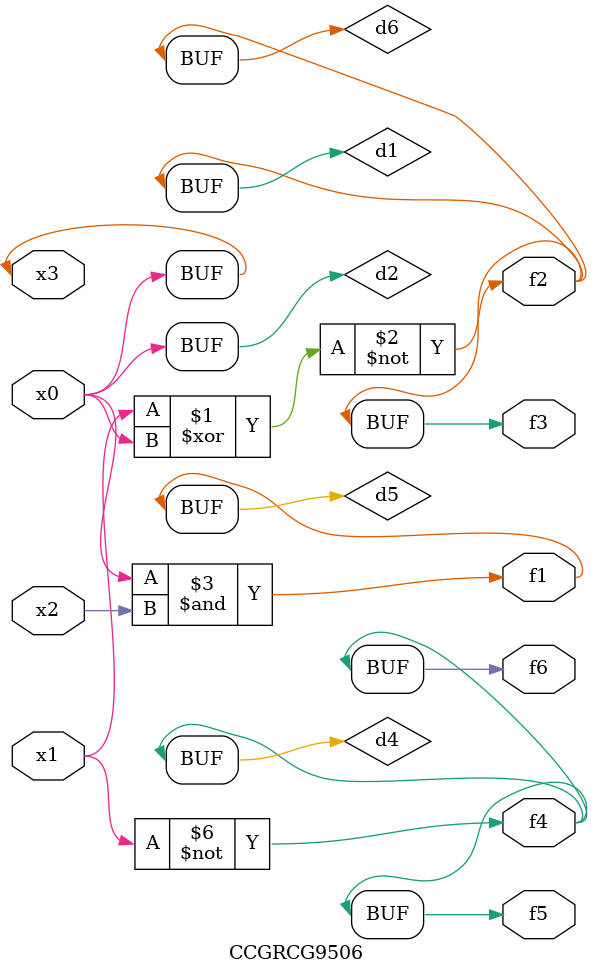
<source format=v>
module CCGRCG9506(
	input x0, x1, x2, x3,
	output f1, f2, f3, f4, f5, f6
);

	wire d1, d2, d3, d4, d5, d6;

	xnor (d1, x1, x3);
	buf (d2, x0, x3);
	nand (d3, x0, x2);
	not (d4, x1);
	nand (d5, d3);
	or (d6, d1);
	assign f1 = d5;
	assign f2 = d6;
	assign f3 = d6;
	assign f4 = d4;
	assign f5 = d4;
	assign f6 = d4;
endmodule

</source>
